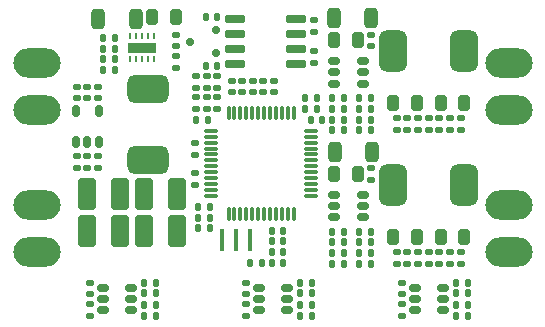
<source format=gbr>
%TF.GenerationSoftware,KiCad,Pcbnew,8.0.1*%
%TF.CreationDate,2024-04-03T15:04:07+02:00*%
%TF.ProjectId,shelfDriver_v1.0,7368656c-6644-4726-9976-65725f76312e,rev?*%
%TF.SameCoordinates,Original*%
%TF.FileFunction,Soldermask,Top*%
%TF.FilePolarity,Negative*%
%FSLAX46Y46*%
G04 Gerber Fmt 4.6, Leading zero omitted, Abs format (unit mm)*
G04 Created by KiCad (PCBNEW 8.0.1) date 2024-04-03 15:04:07*
%MOMM*%
%LPD*%
G01*
G04 APERTURE LIST*
G04 Aperture macros list*
%AMRoundRect*
0 Rectangle with rounded corners*
0 $1 Rounding radius*
0 $2 $3 $4 $5 $6 $7 $8 $9 X,Y pos of 4 corners*
0 Add a 4 corners polygon primitive as box body*
4,1,4,$2,$3,$4,$5,$6,$7,$8,$9,$2,$3,0*
0 Add four circle primitives for the rounded corners*
1,1,$1+$1,$2,$3*
1,1,$1+$1,$4,$5*
1,1,$1+$1,$6,$7*
1,1,$1+$1,$8,$9*
0 Add four rect primitives between the rounded corners*
20,1,$1+$1,$2,$3,$4,$5,0*
20,1,$1+$1,$4,$5,$6,$7,0*
20,1,$1+$1,$6,$7,$8,$9,0*
20,1,$1+$1,$8,$9,$2,$3,0*%
G04 Aperture macros list end*
%ADD10RoundRect,0.125000X-0.125000X-0.175000X0.125000X-0.175000X0.125000X0.175000X-0.125000X0.175000X0*%
%ADD11RoundRect,0.125000X-0.175000X0.125000X-0.175000X-0.125000X0.175000X-0.125000X0.175000X0.125000X0*%
%ADD12RoundRect,0.150000X-0.350000X-0.150000X0.350000X-0.150000X0.350000X0.150000X-0.350000X0.150000X0*%
%ADD13O,4.000000X2.500000*%
%ADD14RoundRect,0.125000X0.125000X0.175000X-0.125000X0.175000X-0.125000X-0.175000X0.125000X-0.175000X0*%
%ADD15RoundRect,0.287500X0.287500X0.562500X-0.287500X0.562500X-0.287500X-0.562500X0.287500X-0.562500X0*%
%ADD16RoundRect,0.125000X0.175000X-0.125000X0.175000X0.125000X-0.175000X0.125000X-0.175000X-0.125000X0*%
%ADD17RoundRect,0.347826X-0.452174X-1.002174X0.452174X-1.002174X0.452174X1.002174X-0.452174X1.002174X0*%
%ADD18RoundRect,0.347826X0.452174X1.002174X-0.452174X1.002174X-0.452174X-1.002174X0.452174X-1.002174X0*%
%ADD19RoundRect,0.250000X0.250000X0.425000X-0.250000X0.425000X-0.250000X-0.425000X0.250000X-0.425000X0*%
%ADD20RoundRect,0.250000X-0.250000X-0.425000X0.250000X-0.425000X0.250000X0.425000X-0.250000X0.425000X0*%
%ADD21RoundRect,0.150000X0.350000X0.150000X-0.350000X0.150000X-0.350000X-0.150000X0.350000X-0.150000X0*%
%ADD22RoundRect,0.150000X0.200000X0.150000X-0.200000X0.150000X-0.200000X-0.150000X0.200000X-0.150000X0*%
%ADD23RoundRect,0.150000X0.737500X0.150000X-0.737500X0.150000X-0.737500X-0.150000X0.737500X-0.150000X0*%
%ADD24RoundRect,0.587500X-1.162500X0.587500X-1.162500X-0.587500X1.162500X-0.587500X1.162500X0.587500X0*%
%ADD25RoundRect,0.062500X-0.062500X0.187500X-0.062500X-0.187500X0.062500X-0.187500X0.062500X0.187500X0*%
%ADD26R,2.400000X0.840000*%
%ADD27RoundRect,0.587500X-0.587500X-1.162500X0.587500X-1.162500X0.587500X1.162500X-0.587500X1.162500X0*%
%ADD28RoundRect,0.175000X0.175000X-0.325000X0.175000X0.325000X-0.175000X0.325000X-0.175000X-0.325000X0*%
%ADD29RoundRect,0.100000X0.100000X-0.850000X0.100000X0.850000X-0.100000X0.850000X-0.100000X-0.850000X0*%
%ADD30RoundRect,0.075000X0.075000X-0.525000X0.075000X0.525000X-0.075000X0.525000X-0.075000X-0.525000X0*%
%ADD31RoundRect,0.075000X0.525000X-0.075000X0.525000X0.075000X-0.525000X0.075000X-0.525000X-0.075000X0*%
G04 APERTURE END LIST*
D10*
%TO.C,R32*%
X134300000Y-82300000D03*
X135300000Y-82300000D03*
%TD*%
D11*
%TO.C,R48*%
X136500000Y-83500000D03*
X136500000Y-84500000D03*
%TD*%
D12*
%TO.C,U9*%
X152000000Y-101050000D03*
X152000000Y-102000000D03*
X152000000Y-102950000D03*
X154400000Y-102950000D03*
X154400000Y-102000000D03*
X154400000Y-101050000D03*
%TD*%
D11*
%TO.C,C43*%
X135300000Y-83100000D03*
X135300000Y-84100000D03*
%TD*%
D13*
%TO.C,PWR1*%
X120000000Y-82000000D03*
%TD*%
D11*
%TO.C,C38*%
X124300000Y-89901560D03*
X124300000Y-90901560D03*
%TD*%
D14*
%TO.C,R37*%
X143300000Y-100600000D03*
X142300000Y-100600000D03*
%TD*%
D15*
%TO.C,C15*%
X148350000Y-78201560D03*
X145200000Y-78201560D03*
%TD*%
D10*
%TO.C,R33*%
X129100000Y-103400000D03*
X130100000Y-103400000D03*
%TD*%
D16*
%TO.C,R29*%
X143500000Y-82000000D03*
X143500000Y-81000000D03*
%TD*%
D10*
%TO.C,R1*%
X147300000Y-87701560D03*
X148300000Y-87701560D03*
%TD*%
D13*
%TO.C,LED4*%
X160000000Y-98000000D03*
%TD*%
D14*
%TO.C,C10*%
X140900000Y-98000000D03*
X139900000Y-98000000D03*
%TD*%
D10*
%TO.C,C7*%
X142700000Y-85000000D03*
X143700000Y-85000000D03*
%TD*%
D11*
%TO.C,R19*%
X151400000Y-86701560D03*
X151400000Y-87701560D03*
%TD*%
D10*
%TO.C,R34*%
X142300000Y-103400000D03*
X143300000Y-103400000D03*
%TD*%
D16*
%TO.C,C1*%
X133500000Y-85900000D03*
X133500000Y-84900000D03*
%TD*%
D14*
%TO.C,C11*%
X140900000Y-97100000D03*
X139900000Y-97100000D03*
%TD*%
D11*
%TO.C,R18*%
X152300000Y-98001560D03*
X152300000Y-99001560D03*
%TD*%
%TO.C,R27*%
X131800000Y-79601560D03*
X131800000Y-80601560D03*
%TD*%
%TO.C,C46*%
X124500000Y-102400000D03*
X124500000Y-103400000D03*
%TD*%
D13*
%TO.C,COM2*%
X120000000Y-98000000D03*
%TD*%
D17*
%TO.C,C31*%
X129100000Y-93101560D03*
X131900000Y-93101560D03*
%TD*%
D18*
%TO.C,C34*%
X127100000Y-93101560D03*
X124300000Y-93101560D03*
%TD*%
D14*
%TO.C,R36*%
X130100000Y-100600000D03*
X129100000Y-100600000D03*
%TD*%
D17*
%TO.C,C32*%
X129100000Y-96201560D03*
X131900000Y-96201560D03*
%TD*%
D19*
%TO.C,C18*%
X147200000Y-91401560D03*
X145200000Y-91401560D03*
%TD*%
D11*
%TO.C,C44*%
X134400000Y-83100000D03*
X134400000Y-84100000D03*
%TD*%
D20*
%TO.C,C27*%
X154200000Y-85401560D03*
X156200000Y-85401560D03*
%TD*%
D16*
%TO.C,C2*%
X134400000Y-85900000D03*
X134400000Y-84900000D03*
%TD*%
D11*
%TO.C,R43*%
X139200000Y-83500000D03*
X139200000Y-84500000D03*
%TD*%
D10*
%TO.C,C23*%
X145000000Y-85001560D03*
X146000000Y-85001560D03*
%TD*%
%TO.C,R26*%
X125600000Y-79901560D03*
X126600000Y-79901560D03*
%TD*%
D19*
%TO.C,C25*%
X152200000Y-85401560D03*
X150200000Y-85401560D03*
%TD*%
D13*
%TO.C,LED1*%
X160000000Y-82000000D03*
%TD*%
D21*
%TO.C,U6*%
X147600000Y-95051560D03*
X147600000Y-94101560D03*
X147600000Y-93151560D03*
X145200000Y-93151560D03*
X145200000Y-94101560D03*
X145200000Y-95051560D03*
%TD*%
D10*
%TO.C,C30*%
X145000000Y-97201560D03*
X146000000Y-97201560D03*
%TD*%
D14*
%TO.C,R23*%
X126600000Y-82601560D03*
X125600000Y-82601560D03*
%TD*%
D11*
%TO.C,R12*%
X155000000Y-98001560D03*
X155000000Y-99001560D03*
%TD*%
%TO.C,R20*%
X151400000Y-98001560D03*
X151400000Y-99001560D03*
%TD*%
D10*
%TO.C,C51*%
X155500000Y-101500000D03*
X156500000Y-101500000D03*
%TD*%
D11*
%TO.C,R46*%
X133400000Y-91300000D03*
X133400000Y-92300000D03*
%TD*%
D15*
%TO.C,C16*%
X148375000Y-89501560D03*
X145225000Y-89501560D03*
%TD*%
D10*
%TO.C,C24*%
X145000000Y-96301560D03*
X146000000Y-96301560D03*
%TD*%
%TO.C,C22*%
X147300000Y-96301560D03*
X148300000Y-96301560D03*
%TD*%
D22*
%TO.C,D1*%
X135200000Y-81150000D03*
X135200000Y-79250000D03*
X133000000Y-80200000D03*
%TD*%
D14*
%TO.C,C6*%
X134700000Y-94200000D03*
X133700000Y-94200000D03*
%TD*%
D11*
%TO.C,R14*%
X154100000Y-98001560D03*
X154100000Y-99001560D03*
%TD*%
D23*
%TO.C,U3*%
X141962500Y-82105000D03*
X141962500Y-80835000D03*
X141962500Y-79565000D03*
X141962500Y-78295000D03*
X136837500Y-78295000D03*
X136837500Y-79565000D03*
X136837500Y-80835000D03*
X136837500Y-82105000D03*
%TD*%
D10*
%TO.C,C50*%
X142300000Y-101500000D03*
X143300000Y-101500000D03*
%TD*%
D11*
%TO.C,R11*%
X155000000Y-86701560D03*
X155000000Y-87701560D03*
%TD*%
%TO.C,R13*%
X154100000Y-86701560D03*
X154100000Y-87701560D03*
%TD*%
D10*
%TO.C,C53*%
X142300000Y-102500000D03*
X143300000Y-102500000D03*
%TD*%
%TO.C,R24*%
X125600000Y-81701560D03*
X126600000Y-81701560D03*
%TD*%
D11*
%TO.C,R21*%
X150500000Y-86701560D03*
X150500000Y-87701560D03*
%TD*%
D14*
%TO.C,R4*%
X148300000Y-97201560D03*
X147300000Y-97201560D03*
%TD*%
D11*
%TO.C,R41*%
X150900000Y-100600000D03*
X150900000Y-101600000D03*
%TD*%
D10*
%TO.C,C21*%
X147300000Y-85001560D03*
X148300000Y-85001560D03*
%TD*%
D24*
%TO.C,L3*%
X129400000Y-84176560D03*
X129400000Y-90226560D03*
%TD*%
D10*
%TO.C,R2*%
X147300000Y-99001560D03*
X148300000Y-99001560D03*
%TD*%
D19*
%TO.C,C28*%
X152200000Y-96701560D03*
X150200000Y-96701560D03*
%TD*%
D10*
%TO.C,C9*%
X143200000Y-86800000D03*
X144200000Y-86800000D03*
%TD*%
D11*
%TO.C,C13*%
X148300000Y-79601560D03*
X148300000Y-80601560D03*
%TD*%
D13*
%TO.C,COM1*%
X120000000Y-94000000D03*
%TD*%
D10*
%TO.C,R49*%
X133500000Y-86800000D03*
X134500000Y-86800000D03*
%TD*%
D15*
%TO.C,C36*%
X128375000Y-78301560D03*
X125225000Y-78301560D03*
%TD*%
D25*
%TO.C,U7*%
X129900000Y-79751560D03*
X129400000Y-79751560D03*
X128900000Y-79751560D03*
X128400000Y-79751560D03*
X127900000Y-79751560D03*
X127900000Y-81651560D03*
X128400000Y-81651560D03*
X128900000Y-81651560D03*
X129400000Y-81651560D03*
X129900000Y-81651560D03*
D26*
X128900000Y-80701560D03*
%TD*%
D19*
%TO.C,C17*%
X147200000Y-80101560D03*
X145200000Y-80101560D03*
%TD*%
D10*
%TO.C,R8*%
X145000000Y-98101560D03*
X146000000Y-98101560D03*
%TD*%
D11*
%TO.C,R40*%
X137700000Y-100600000D03*
X137700000Y-101600000D03*
%TD*%
%TO.C,C47*%
X137700000Y-102400000D03*
X137700000Y-103400000D03*
%TD*%
%TO.C,R15*%
X153200000Y-86701560D03*
X153200000Y-87701560D03*
%TD*%
%TO.C,R42*%
X140100000Y-83500000D03*
X140100000Y-84500000D03*
%TD*%
D10*
%TO.C,C49*%
X129100000Y-102500000D03*
X130100000Y-102500000D03*
%TD*%
D11*
%TO.C,R5*%
X155900000Y-86701560D03*
X155900000Y-87701560D03*
%TD*%
D10*
%TO.C,R7*%
X145000000Y-86801560D03*
X146000000Y-86801560D03*
%TD*%
D27*
%TO.C,L1*%
X150175000Y-81001560D03*
X156225000Y-81001560D03*
%TD*%
%TO.C,L2*%
X150175000Y-92301560D03*
X156225000Y-92301560D03*
%TD*%
D10*
%TO.C,C52*%
X129100000Y-101500000D03*
X130100000Y-101500000D03*
%TD*%
D14*
%TO.C,R3*%
X148300000Y-85901560D03*
X147300000Y-85901560D03*
%TD*%
D11*
%TO.C,R17*%
X152300000Y-86701560D03*
X152300000Y-87701560D03*
%TD*%
D14*
%TO.C,R10*%
X146000000Y-99001560D03*
X145000000Y-99001560D03*
%TD*%
%TO.C,R50*%
X139100000Y-98900000D03*
X138100000Y-98900000D03*
%TD*%
%TO.C,R38*%
X156500000Y-100600000D03*
X155500000Y-100600000D03*
%TD*%
D11*
%TO.C,R47*%
X133400000Y-88800000D03*
X133400000Y-89800000D03*
%TD*%
D14*
%TO.C,R51*%
X140900000Y-98900000D03*
X139900000Y-98900000D03*
%TD*%
D28*
%TO.C,U2*%
X123350000Y-88701560D03*
X124300000Y-88701560D03*
X125250000Y-88701560D03*
X125250000Y-86101560D03*
X123350000Y-86101560D03*
%TD*%
D16*
%TO.C,C40*%
X123400000Y-85001560D03*
X123400000Y-84001560D03*
%TD*%
D29*
%TO.C,Y1*%
X135700000Y-97000000D03*
X136900000Y-97000000D03*
X138100000Y-97000000D03*
%TD*%
D11*
%TO.C,R39*%
X124500000Y-100600000D03*
X124500000Y-101600000D03*
%TD*%
%TO.C,R22*%
X150500000Y-98001560D03*
X150500000Y-99001560D03*
%TD*%
D14*
%TO.C,C19*%
X148300000Y-86801560D03*
X147300000Y-86801560D03*
%TD*%
D11*
%TO.C,C37*%
X125200000Y-89901560D03*
X125200000Y-90901560D03*
%TD*%
%TO.C,R6*%
X155900000Y-98001560D03*
X155900000Y-99001560D03*
%TD*%
D10*
%TO.C,C29*%
X145000000Y-85901560D03*
X146000000Y-85901560D03*
%TD*%
D16*
%TO.C,C41*%
X125200000Y-85001560D03*
X125200000Y-84001560D03*
%TD*%
D10*
%TO.C,C54*%
X155500000Y-102500000D03*
X156500000Y-102500000D03*
%TD*%
D14*
%TO.C,C12*%
X140900000Y-96200000D03*
X139900000Y-96200000D03*
%TD*%
D13*
%TO.C,LED3*%
X160000000Y-94000000D03*
%TD*%
D14*
%TO.C,C4*%
X134700000Y-96000000D03*
X133700000Y-96000000D03*
%TD*%
D20*
%TO.C,C26*%
X154200000Y-96701560D03*
X156200000Y-96701560D03*
%TD*%
D18*
%TO.C,C33*%
X127100000Y-96201560D03*
X124300000Y-96201560D03*
%TD*%
D21*
%TO.C,U5*%
X147600000Y-83751560D03*
X147600000Y-82801560D03*
X147600000Y-81851560D03*
X145200000Y-81851560D03*
X145200000Y-82801560D03*
X145200000Y-83751560D03*
%TD*%
D14*
%TO.C,R25*%
X126600000Y-80801560D03*
X125600000Y-80801560D03*
%TD*%
D11*
%TO.C,R45*%
X137400000Y-83500000D03*
X137400000Y-84500000D03*
%TD*%
%TO.C,R28*%
X131800000Y-81401560D03*
X131800000Y-82401560D03*
%TD*%
D16*
%TO.C,C3*%
X135300000Y-85900000D03*
X135300000Y-84900000D03*
%TD*%
D12*
%TO.C,U4*%
X125600000Y-101050000D03*
X125600000Y-102000000D03*
X125600000Y-102950000D03*
X128000000Y-102950000D03*
X128000000Y-102000000D03*
X128000000Y-101050000D03*
%TD*%
D11*
%TO.C,R16*%
X153200000Y-98001560D03*
X153200000Y-99001560D03*
%TD*%
%TO.C,C14*%
X148300000Y-90901560D03*
X148300000Y-91901560D03*
%TD*%
%TO.C,R44*%
X138300000Y-83500000D03*
X138300000Y-84500000D03*
%TD*%
D16*
%TO.C,C42*%
X124300000Y-85001560D03*
X124300000Y-84001560D03*
%TD*%
D10*
%TO.C,R35*%
X155500000Y-103400000D03*
X156500000Y-103400000D03*
%TD*%
D11*
%TO.C,C39*%
X123400000Y-89901560D03*
X123400000Y-90901560D03*
%TD*%
D10*
%TO.C,R31*%
X134300000Y-78100000D03*
X135300000Y-78100000D03*
%TD*%
D12*
%TO.C,U8*%
X138800000Y-101050000D03*
X138800000Y-102000000D03*
X138800000Y-102950000D03*
X141200000Y-102950000D03*
X141200000Y-102000000D03*
X141200000Y-101050000D03*
%TD*%
D11*
%TO.C,C48*%
X150900000Y-102400000D03*
X150900000Y-103400000D03*
%TD*%
%TO.C,R30*%
X143500000Y-78400000D03*
X143500000Y-79400000D03*
%TD*%
D14*
%TO.C,C5*%
X134700000Y-95100000D03*
X133700000Y-95100000D03*
%TD*%
D11*
%TO.C,C45*%
X133500000Y-83100000D03*
X133500000Y-84100000D03*
%TD*%
D10*
%TO.C,C8*%
X142700000Y-85900000D03*
X143700000Y-85900000D03*
%TD*%
D30*
%TO.C,U1*%
X136250000Y-94750000D03*
X136750000Y-94750000D03*
X137250000Y-94750000D03*
X137750000Y-94750000D03*
X138250000Y-94750000D03*
X138750000Y-94750000D03*
X139250000Y-94750000D03*
X139750000Y-94750000D03*
X140250000Y-94750000D03*
X140750000Y-94750000D03*
X141250000Y-94750000D03*
X141750000Y-94750000D03*
D31*
X143250000Y-93250000D03*
X143250000Y-92750000D03*
X143250000Y-92250000D03*
X143250000Y-91750000D03*
X143250000Y-91250000D03*
X143250000Y-90750000D03*
X143250000Y-90250000D03*
X143250000Y-89750000D03*
X143250000Y-89250000D03*
X143250000Y-88750000D03*
X143250000Y-88250000D03*
X143250000Y-87750000D03*
D30*
X141750000Y-86250000D03*
X141250000Y-86250000D03*
X140750000Y-86250000D03*
X140250000Y-86250000D03*
X139750000Y-86250000D03*
X139250000Y-86250000D03*
X138750000Y-86250000D03*
X138250000Y-86250000D03*
X137750000Y-86250000D03*
X137250000Y-86250000D03*
X136750000Y-86250000D03*
X136250000Y-86250000D03*
D31*
X134750000Y-87750000D03*
X134750000Y-88250000D03*
X134750000Y-88750000D03*
X134750000Y-89250000D03*
X134750000Y-89750000D03*
X134750000Y-90250000D03*
X134750000Y-90750000D03*
X134750000Y-91250000D03*
X134750000Y-91750000D03*
X134750000Y-92250000D03*
X134750000Y-92750000D03*
X134750000Y-93250000D03*
%TD*%
D13*
%TO.C,PWR2*%
X120000000Y-86000000D03*
%TD*%
D14*
%TO.C,R9*%
X146000000Y-87701560D03*
X145000000Y-87701560D03*
%TD*%
D20*
%TO.C,C35*%
X129800000Y-78101560D03*
X131800000Y-78101560D03*
%TD*%
D14*
%TO.C,C20*%
X148300000Y-98101560D03*
X147300000Y-98101560D03*
%TD*%
D13*
%TO.C,LED2*%
X160000000Y-86000000D03*
%TD*%
M02*

</source>
